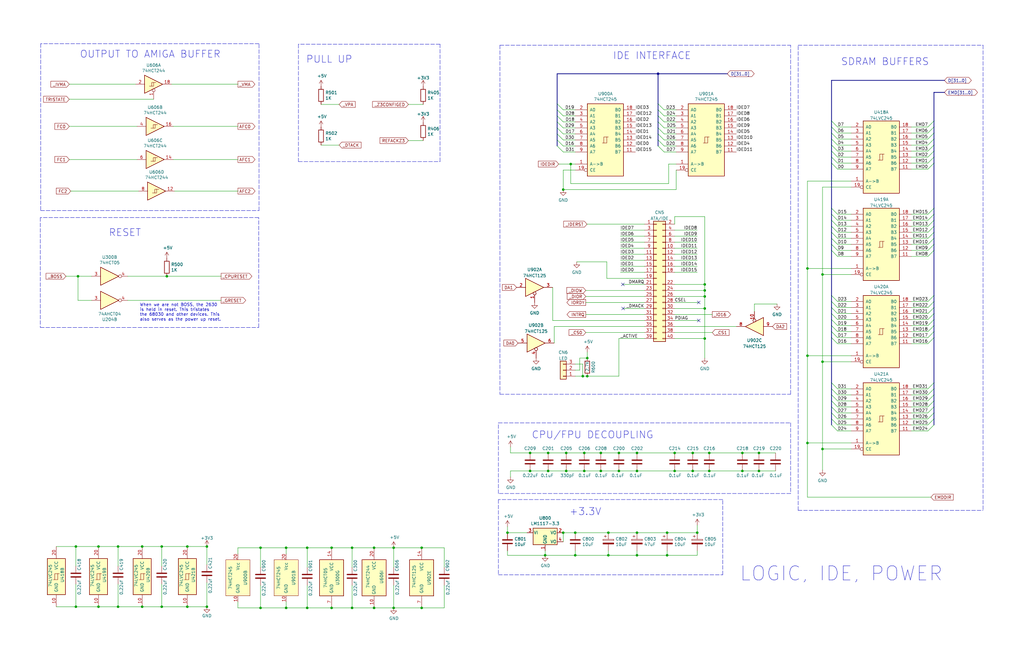
<source format=kicad_sch>
(kicad_sch (version 20211123) (generator eeschema)
  (paper "B")
  (title_block (title "Amiga N2630") (date "2022-05-31") (rev "2.0 QFP"))
  (junction (at 340.487 113.284))
  (junction (at 242.57 224.79))
  (junction (at 245.745 158.75))
  (junction (at 297.18 125.095))
  (junction (at 231.14 198.755))
  (junction (at 68.199 256.032))
  (junction (at 148.463 231.14))
  (junction (at 246.38 191.135))
  (junction (at 238.76 191.135))
  (junction (at 284.48 198.755))
  (junction (at 284.48 191.135))
  (junction (at 231.14 191.135))
  (junction (at 292.1 198.755))
  (junction (at 165.989 231.14))
  (junction (at 41.529 230.632))
  (junction (at 256.54 234.315))
  (junction (at 41.529 256.032))
  (junction (at 297.18 122.555))
  (junction (at 157.734 231.14))
  (junction (at 268.605 224.79))
  (junction (at 32.004 256.032))
  (junction (at 320.04 191.135))
  (junction (at 253.365 191.135))
  (junction (at 299.085 198.755))
  (junction (at 129.54 256.54))
  (junction (at 120.65 231.14))
  (junction (at 277.495 31.115))
  (junction (at 165.989 256.54))
  (junction (at 246.38 198.755))
  (junction (at 32.004 230.632))
  (junction (at 109.855 231.14))
  (junction (at 238.76 198.755))
  (junction (at 32.893 116.586))
  (junction (at 109.855 256.54))
  (junction (at 242.57 234.315))
  (junction (at 346.837 189.484))
  (junction (at 78.994 256.032))
  (junction (at 260.985 198.755))
  (junction (at 297.18 120.015))
  (junction (at 177.8 256.54))
  (junction (at 120.65 256.54))
  (junction (at 223.52 198.755))
  (junction (at 268.605 198.755))
  (junction (at 49.784 230.632))
  (junction (at 346.837 152.654))
  (junction (at 139.827 231.14))
  (junction (at 87.249 256.032))
  (junction (at 313.055 191.135))
  (junction (at 281.305 234.315))
  (junction (at 139.827 256.54))
  (junction (at 49.784 256.032))
  (junction (at 294.005 224.79))
  (junction (at 78.994 230.632))
  (junction (at 129.54 231.14))
  (junction (at 247.65 158.75))
  (junction (at 320.04 198.755))
  (junction (at 213.995 224.79))
  (junction (at 177.8 231.14))
  (junction (at 268.605 191.135))
  (junction (at 247.65 151.13))
  (junction (at 299.085 191.135))
  (junction (at 87.249 230.632))
  (junction (at 148.463 256.54))
  (junction (at 297.18 142.875))
  (junction (at 340.487 186.944))
  (junction (at 237.49 80.01))
  (junction (at 157.734 256.54))
  (junction (at 340.487 150.114))
  (junction (at 292.1 191.135))
  (junction (at 256.54 224.79))
  (junction (at 297.18 130.175))
  (junction (at 346.837 115.824))
  (junction (at 313.055 198.755))
  (junction (at 268.605 234.315))
  (junction (at 229.87 234.315))
  (junction (at 59.944 256.032))
  (junction (at 59.944 230.632))
  (junction (at 237.49 224.79))
  (junction (at 240.665 69.215))
  (junction (at 70.358 116.586))
  (junction (at 253.365 198.755))
  (junction (at 281.305 224.79))
  (junction (at 68.199 230.632))
  (junction (at 260.985 191.135))
  (junction (at 223.52 191.135))
  (no_connect (at 294.64 127.635))
  (no_connect (at 294.64 135.255))
  (no_connect (at 262.763 130.175))
  (no_connect (at 262.636 120.015))
  (bus_entry (at 353.187 139.954) (size -2.54 -2.54))
  (bus_entry (at 277.495 48.895) (size 2.54 2.54))
  (bus_entry (at 277.495 46.355) (size 2.54 2.54))
  (bus_entry (at 277.495 43.815) (size 2.54 2.54))
  (bus_entry (at 277.495 61.595) (size 2.54 2.54))
  (bus_entry (at 277.495 59.055) (size 2.54 2.54))
  (bus_entry (at 277.495 56.515) (size 2.54 2.54))
  (bus_entry (at 277.495 53.975) (size 2.54 2.54))
  (bus_entry (at 277.495 51.435) (size 2.54 2.54))
  (bus_entry (at 353.187 164.084) (size -2.54 -2.54))
  (bus_entry (at 391.287 145.034) (size 2.54 -2.54))
  (bus_entry (at 391.287 166.624) (size 2.54 -2.54))
  (bus_entry (at 353.187 137.414) (size -2.54 -2.54))
  (bus_entry (at 391.287 164.084) (size 2.54 -2.54))
  (bus_entry (at 391.287 71.374) (size 2.54 -2.54))
  (bus_entry (at 353.187 142.494) (size -2.54 -2.54))
  (bus_entry (at 353.187 53.594) (size -2.54 -2.54))
  (bus_entry (at 353.187 129.794) (size -2.54 -2.54))
  (bus_entry (at 391.287 95.504) (size 2.54 -2.54))
  (bus_entry (at 391.287 103.124) (size 2.54 -2.54))
  (bus_entry (at 391.287 63.754) (size 2.54 -2.54))
  (bus_entry (at 391.287 169.164) (size 2.54 -2.54))
  (bus_entry (at 353.187 103.124) (size -2.54 -2.54))
  (bus_entry (at 391.287 98.044) (size 2.54 -2.54))
  (bus_entry (at 391.287 61.214) (size 2.54 -2.54))
  (bus_entry (at 391.287 127.254) (size 2.54 -2.54))
  (bus_entry (at 353.187 71.374) (size -2.54 -2.54))
  (bus_entry (at 353.187 169.164) (size -2.54 -2.54))
  (bus_entry (at 391.287 66.294) (size 2.54 -2.54))
  (bus_entry (at 353.187 100.584) (size -2.54 -2.54))
  (bus_entry (at 391.287 132.334) (size 2.54 -2.54))
  (bus_entry (at 391.287 142.494) (size 2.54 -2.54))
  (bus_entry (at 391.287 53.594) (size 2.54 -2.54))
  (bus_entry (at 353.187 90.424) (size -2.54 -2.54))
  (bus_entry (at 353.187 166.624) (size -2.54 -2.54))
  (bus_entry (at 353.187 108.204) (size -2.54 -2.54))
  (bus_entry (at 391.287 68.834) (size 2.54 -2.54))
  (bus_entry (at 353.187 95.504) (size -2.54 -2.54))
  (bus_entry (at 391.287 105.664) (size 2.54 -2.54))
  (bus_entry (at 391.287 171.704) (size 2.54 -2.54))
  (bus_entry (at 353.187 132.334) (size -2.54 -2.54))
  (bus_entry (at 391.287 137.414) (size 2.54 -2.54))
  (bus_entry (at 353.187 61.214) (size -2.54 -2.54))
  (bus_entry (at 391.287 108.204) (size 2.54 -2.54))
  (bus_entry (at 353.187 145.034) (size -2.54 -2.54))
  (bus_entry (at 353.187 127.254) (size -2.54 -2.54))
  (bus_entry (at 353.187 63.754) (size -2.54 -2.54))
  (bus_entry (at 353.187 134.874) (size -2.54 -2.54))
  (bus_entry (at 391.287 58.674) (size 2.54 -2.54))
  (bus_entry (at 353.187 68.834) (size -2.54 -2.54))
  (bus_entry (at 391.287 174.244) (size 2.54 -2.54))
  (bus_entry (at 391.287 181.864) (size 2.54 -2.54))
  (bus_entry (at 391.287 179.324) (size 2.54 -2.54))
  (bus_entry (at 391.287 176.784) (size 2.54 -2.54))
  (bus_entry (at 391.287 90.424) (size 2.54 -2.54))
  (bus_entry (at 353.187 92.964) (size -2.54 -2.54))
  (bus_entry (at 353.187 56.134) (size -2.54 -2.54))
  (bus_entry (at 353.187 181.864) (size -2.54 -2.54))
  (bus_entry (at 353.187 66.294) (size -2.54 -2.54))
  (bus_entry (at 353.187 179.324) (size -2.54 -2.54))
  (bus_entry (at 234.95 61.595) (size 2.54 2.54))
  (bus_entry (at 234.95 59.055) (size 2.54 2.54))
  (bus_entry (at 234.95 56.515) (size 2.54 2.54))
  (bus_entry (at 234.95 53.975) (size 2.54 2.54))
  (bus_entry (at 234.95 43.815) (size 2.54 2.54))
  (bus_entry (at 234.95 51.435) (size 2.54 2.54))
  (bus_entry (at 234.95 48.895) (size 2.54 2.54))
  (bus_entry (at 234.95 46.355) (size 2.54 2.54))
  (bus_entry (at 391.287 139.954) (size 2.54 -2.54))
  (bus_entry (at 353.187 174.244) (size -2.54 -2.54))
  (bus_entry (at 391.287 56.134) (size 2.54 -2.54))
  (bus_entry (at 353.187 98.044) (size -2.54 -2.54))
  (bus_entry (at 391.287 134.874) (size 2.54 -2.54))
  (bus_entry (at 353.187 105.664) (size -2.54 -2.54))
  (bus_entry (at 353.187 58.674) (size -2.54 -2.54))
  (bus_entry (at 353.187 171.704) (size -2.54 -2.54))
  (bus_entry (at 353.187 176.784) (size -2.54 -2.54))
  (bus_entry (at 391.287 100.584) (size 2.54 -2.54))
  (bus_entry (at 391.287 92.964) (size 2.54 -2.54))
  (bus_entry (at 391.287 129.794) (size 2.54 -2.54))
  (wire (pts (xy 384.302 127.254) (xy 391.287 127.254)))
  (wire (pts (xy 148.463 256.54) (xy 157.734 256.54)))
  (wire (pts (xy 41.529 256.032) (xy 49.784 256.032)))
  (wire (pts (xy 244.475 156.21) (xy 244.475 151.13)))
  (wire (pts (xy 281.94 77.47) (xy 240.665 77.47)))
  (wire (pts (xy 384.302 179.324) (xy 391.287 179.324)))
  (wire (pts (xy 247.65 151.13) (xy 247.65 148.59)))
  (bus (pts (xy 350.647 124.714) (xy 350.647 105.664)))
  (bus (pts (xy 350.647 174.244) (xy 350.647 171.704)))
  (wire (pts (xy 353.187 164.084) (xy 358.902 164.084)))
  (wire (pts (xy 280.035 51.435) (xy 285.115 51.435)))
  (wire (pts (xy 327.66 128.27) (xy 318.135 128.27)))
  (wire (pts (xy 242.57 153.67) (xy 245.745 153.67)))
  (bus (pts (xy 393.827 127.254) (xy 393.827 124.714)))
  (wire (pts (xy 353.187 53.594) (xy 358.902 53.594)))
  (polyline (pts (xy 333.375 208.28) (xy 210.185 208.28)))
  (wire (pts (xy 284.48 114.935) (xy 294.005 114.935)))
  (bus (pts (xy 234.95 48.895) (xy 234.95 46.355)))
  (wire (pts (xy 213.995 234.315) (xy 229.87 234.315)))
  (polyline (pts (xy 414.528 19.05) (xy 414.528 215.392)))
  (wire (pts (xy 353.187 71.374) (xy 358.902 71.374)))
  (wire (pts (xy 235.585 69.215) (xy 240.665 69.215)))
  (wire (pts (xy 285.115 69.215) (xy 281.94 69.215)))
  (polyline (pts (xy 336.55 215.392) (xy 414.528 215.392)))
  (wire (pts (xy 237.49 228.6) (xy 237.49 224.79)))
  (wire (pts (xy 129.54 231.14) (xy 129.54 239.395)))
  (wire (pts (xy 384.302 166.624) (xy 391.287 166.624)))
  (polyline (pts (xy 336.55 19.05) (xy 414.528 19.05)))
  (bus (pts (xy 393.827 161.544) (xy 393.827 142.494)))
  (wire (pts (xy 284.48 130.175) (xy 297.18 130.175)))
  (bus (pts (xy 393.827 169.164) (xy 393.827 166.624)))
  (wire (pts (xy 260.985 198.755) (xy 253.365 198.755)))
  (wire (pts (xy 23.749 256.032) (xy 32.004 256.032)))
  (bus (pts (xy 393.827 105.664) (xy 393.827 103.124)))
  (wire (pts (xy 165.989 247.015) (xy 165.989 256.54)))
  (wire (pts (xy 73.66 80.645) (xy 100.33 80.645)))
  (bus (pts (xy 393.827 56.134) (xy 393.827 53.594)))
  (wire (pts (xy 238.76 191.135) (xy 231.14 191.135)))
  (bus (pts (xy 350.647 98.044) (xy 350.647 95.504)))
  (polyline (pts (xy 185.547 18.669) (xy 125.857 18.669)))
  (wire (pts (xy 346.837 115.824) (xy 358.902 115.824)))
  (bus (pts (xy 393.827 132.334) (xy 393.827 129.794)))
  (bus (pts (xy 393.827 95.504) (xy 393.827 92.964)))
  (wire (pts (xy 32.004 256.032) (xy 41.529 256.032)))
  (wire (pts (xy 32.893 116.586) (xy 32.893 126.746)))
  (wire (pts (xy 148.463 231.14) (xy 157.734 231.14)))
  (wire (pts (xy 157.734 256.54) (xy 165.989 256.54)))
  (wire (pts (xy 280.035 46.355) (xy 285.115 46.355)))
  (wire (pts (xy 294.005 232.41) (xy 294.005 234.315)))
  (wire (pts (xy 346.837 115.824) (xy 346.837 152.654)))
  (wire (pts (xy 297.18 130.175) (xy 297.18 142.875)))
  (bus (pts (xy 350.647 179.324) (xy 350.647 176.784)))
  (wire (pts (xy 260.985 142.875) (xy 260.985 158.75)))
  (wire (pts (xy 384.302 95.504) (xy 391.287 95.504)))
  (polyline (pts (xy 109.093 138.176) (xy 109.093 91.821)))
  (wire (pts (xy 292.1 198.755) (xy 299.085 198.755)))
  (wire (pts (xy 247.015 127.635) (xy 271.78 127.635)))
  (wire (pts (xy 353.187 103.124) (xy 358.902 103.124)))
  (wire (pts (xy 129.54 256.54) (xy 139.827 256.54)))
  (bus (pts (xy 350.647 105.664) (xy 350.647 103.124)))
  (bus (pts (xy 393.827 176.784) (xy 393.827 174.244)))
  (wire (pts (xy 143.002 44.069) (xy 135.382 44.069)))
  (wire (pts (xy 255.905 117.475) (xy 271.78 117.475)))
  (wire (pts (xy 353.187 58.674) (xy 358.902 58.674)))
  (bus (pts (xy 234.95 31.115) (xy 277.495 31.115)))
  (polyline (pts (xy 210.82 166.37) (xy 333.375 166.37)))
  (polyline (pts (xy 210.185 208.28) (xy 210.185 178.435)))
  (wire (pts (xy 353.187 68.834) (xy 358.902 68.834)))
  (polyline (pts (xy 210.82 19.05) (xy 333.375 19.05)))
  (wire (pts (xy 32.004 230.632) (xy 23.749 230.632)))
  (bus (pts (xy 350.647 166.624) (xy 350.647 164.084)))
  (bus (pts (xy 393.827 51.054) (xy 393.827 38.989)))
  (wire (pts (xy 87.249 230.632) (xy 78.994 230.632)))
  (wire (pts (xy 384.302 66.294) (xy 391.287 66.294)))
  (wire (pts (xy 87.249 256.032) (xy 87.249 245.872)))
  (wire (pts (xy 346.837 78.994) (xy 346.837 115.824)))
  (bus (pts (xy 350.647 103.124) (xy 350.647 100.584)))
  (wire (pts (xy 384.302 181.864) (xy 391.287 181.864)))
  (wire (pts (xy 284.48 127.635) (xy 294.64 127.635)))
  (wire (pts (xy 109.855 247.015) (xy 109.855 256.54)))
  (wire (pts (xy 284.48 140.335) (xy 300.355 140.335)))
  (wire (pts (xy 284.48 109.855) (xy 294.005 109.855)))
  (wire (pts (xy 353.187 179.324) (xy 358.902 179.324)))
  (wire (pts (xy 261.62 102.235) (xy 271.78 102.235)))
  (wire (pts (xy 384.302 134.874) (xy 391.287 134.874)))
  (wire (pts (xy 268.605 191.135) (xy 284.48 191.135)))
  (wire (pts (xy 240.665 69.215) (xy 242.57 69.215)))
  (wire (pts (xy 64.77 41.91) (xy 29.21 41.91)))
  (wire (pts (xy 281.305 234.315) (xy 268.605 234.315)))
  (wire (pts (xy 53.848 126.746) (xy 93.218 126.746)))
  (wire (pts (xy 100.33 231.14) (xy 109.855 231.14)))
  (wire (pts (xy 340.487 113.284) (xy 340.487 150.114)))
  (wire (pts (xy 68.199 230.632) (xy 68.199 238.887)))
  (bus (pts (xy 393.827 179.324) (xy 393.827 176.784)))
  (wire (pts (xy 223.52 191.135) (xy 215.265 191.135)))
  (bus (pts (xy 234.95 43.815) (xy 234.95 31.115)))
  (wire (pts (xy 68.199 246.507) (xy 68.199 256.032)))
  (wire (pts (xy 242.57 156.21) (xy 244.475 156.21)))
  (wire (pts (xy 49.784 230.632) (xy 49.784 238.887)))
  (wire (pts (xy 139.827 231.14) (xy 148.463 231.14)))
  (bus (pts (xy 350.647 139.954) (xy 350.647 137.414)))
  (wire (pts (xy 237.49 224.79) (xy 242.57 224.79)))
  (bus (pts (xy 350.647 142.494) (xy 350.647 139.954)))
  (wire (pts (xy 320.04 191.135) (xy 313.055 191.135)))
  (wire (pts (xy 255.905 110.49) (xy 255.905 117.475)))
  (bus (pts (xy 234.95 46.355) (xy 234.95 43.815)))
  (bus (pts (xy 350.647 95.504) (xy 350.647 92.964)))
  (polyline (pts (xy 109.22 88.9) (xy 109.22 18.415)))
  (wire (pts (xy 187.325 247.015) (xy 187.325 256.54)))
  (wire (pts (xy 242.57 158.75) (xy 245.745 158.75)))
  (bus (pts (xy 277.495 59.055) (xy 277.495 56.515)))
  (bus (pts (xy 350.647 129.794) (xy 350.647 127.254)))
  (wire (pts (xy 353.187 134.874) (xy 358.902 134.874)))
  (wire (pts (xy 215.265 198.755) (xy 215.265 201.295)))
  (polyline (pts (xy 210.82 19.05) (xy 210.82 166.37)))
  (bus (pts (xy 277.495 51.435) (xy 277.495 48.895)))
  (wire (pts (xy 268.605 198.755) (xy 284.48 198.755)))
  (wire (pts (xy 384.302 108.204) (xy 391.287 108.204)))
  (wire (pts (xy 281.305 224.79) (xy 294.005 224.79)))
  (bus (pts (xy 393.827 124.714) (xy 393.827 105.664)))
  (wire (pts (xy 284.48 99.695) (xy 294.005 99.695)))
  (wire (pts (xy 68.199 230.632) (xy 59.944 230.632)))
  (wire (pts (xy 384.302 169.164) (xy 391.287 169.164)))
  (wire (pts (xy 68.199 256.032) (xy 78.994 256.032)))
  (wire (pts (xy 384.302 171.704) (xy 391.287 171.704)))
  (wire (pts (xy 346.837 152.654) (xy 358.902 152.654)))
  (wire (pts (xy 284.48 104.775) (xy 294.005 104.775)))
  (wire (pts (xy 353.187 63.754) (xy 358.902 63.754)))
  (wire (pts (xy 284.48 198.755) (xy 292.1 198.755)))
  (wire (pts (xy 229.87 232.41) (xy 229.87 234.315)))
  (wire (pts (xy 284.48 132.715) (xy 300.355 132.715)))
  (wire (pts (xy 237.49 59.055) (xy 242.57 59.055)))
  (wire (pts (xy 340.487 76.454) (xy 340.487 113.284)))
  (wire (pts (xy 148.463 247.015) (xy 148.463 256.54)))
  (wire (pts (xy 340.487 150.114) (xy 358.902 150.114)))
  (bus (pts (xy 393.827 87.884) (xy 393.827 68.834)))
  (wire (pts (xy 284.48 94.615) (xy 284.48 91.44)))
  (wire (pts (xy 384.302 174.244) (xy 391.287 174.244)))
  (wire (pts (xy 72.39 35.56) (xy 100.33 35.56)))
  (wire (pts (xy 384.302 137.414) (xy 391.287 137.414)))
  (wire (pts (xy 284.48 107.315) (xy 294.005 107.315)))
  (wire (pts (xy 59.944 230.632) (xy 49.784 230.632)))
  (bus (pts (xy 234.95 51.435) (xy 234.95 48.895)))
  (bus (pts (xy 234.95 61.595) (xy 234.95 59.055)))
  (wire (pts (xy 213.995 232.41) (xy 213.995 234.315)))
  (wire (pts (xy 384.302 139.954) (xy 391.287 139.954)))
  (bus (pts (xy 350.647 53.594) (xy 350.647 51.054)))
  (wire (pts (xy 100.33 256.54) (xy 109.855 256.54)))
  (wire (pts (xy 139.827 256.54) (xy 148.463 256.54)))
  (wire (pts (xy 237.49 51.435) (xy 242.57 51.435)))
  (wire (pts (xy 268.605 191.135) (xy 260.985 191.135)))
  (bus (pts (xy 393.827 100.584) (xy 393.827 98.044)))
  (wire (pts (xy 223.52 198.755) (xy 231.14 198.755)))
  (polyline (pts (xy 109.093 91.821) (xy 17.018 91.821)))
  (wire (pts (xy 353.187 174.244) (xy 358.902 174.244)))
  (polyline (pts (xy 17.018 91.821) (xy 17.018 138.176)))
  (wire (pts (xy 245.745 158.75) (xy 247.65 158.75)))
  (bus (pts (xy 350.647 100.584) (xy 350.647 98.044)))
  (polyline (pts (xy 304.8 242.57) (xy 304.8 210.82)))
  (bus (pts (xy 277.495 43.815) (xy 277.495 31.115)))
  (wire (pts (xy 261.62 114.935) (xy 271.78 114.935)))
  (wire (pts (xy 58.42 80.645) (xy 29.845 80.645)))
  (wire (pts (xy 297.18 120.015) (xy 297.18 122.555)))
  (wire (pts (xy 313.055 198.755) (xy 320.04 198.755)))
  (wire (pts (xy 165.989 239.395) (xy 165.989 231.14)))
  (wire (pts (xy 261.62 107.315) (xy 271.78 107.315)))
  (bus (pts (xy 234.95 53.975) (xy 234.95 51.435)))
  (wire (pts (xy 260.985 142.875) (xy 271.78 142.875)))
  (wire (pts (xy 384.302 145.034) (xy 391.287 145.034)))
  (bus (pts (xy 393.827 142.494) (xy 393.827 139.954)))
  (wire (pts (xy 243.205 110.49) (xy 255.905 110.49)))
  (wire (pts (xy 242.57 224.79) (xy 256.54 224.79)))
  (bus (pts (xy 393.827 53.594) (xy 393.827 51.054)))
  (wire (pts (xy 120.65 254) (xy 120.65 256.54)))
  (polyline (pts (xy 333.375 178.435) (xy 333.375 208.28)))
  (wire (pts (xy 256.54 232.41) (xy 256.54 234.315)))
  (bus (pts (xy 277.495 53.975) (xy 277.495 51.435)))
  (polyline (pts (xy 17.018 138.176) (xy 109.093 138.176)))
  (bus (pts (xy 277.495 31.115) (xy 306.705 31.115)))
  (wire (pts (xy 358.902 78.994) (xy 346.837 78.994)))
  (wire (pts (xy 384.302 129.794) (xy 391.287 129.794)))
  (wire (pts (xy 353.187 100.584) (xy 358.902 100.584)))
  (wire (pts (xy 231.14 198.755) (xy 238.76 198.755)))
  (wire (pts (xy 353.187 98.044) (xy 358.902 98.044)))
  (wire (pts (xy 384.302 71.374) (xy 391.287 71.374)))
  (wire (pts (xy 261.62 109.855) (xy 271.78 109.855)))
  (bus (pts (xy 350.647 164.084) (xy 350.647 161.544)))
  (polyline (pts (xy 17.145 88.9) (xy 109.22 88.9)))
  (wire (pts (xy 353.187 127.254) (xy 358.902 127.254)))
  (wire (pts (xy 280.035 64.135) (xy 285.115 64.135)))
  (wire (pts (xy 353.187 108.204) (xy 358.902 108.204)))
  (wire (pts (xy 294.005 224.79) (xy 294.005 221.615)))
  (wire (pts (xy 244.475 151.13) (xy 247.65 151.13)))
  (wire (pts (xy 247.523 94.615) (xy 271.78 94.615)))
  (bus (pts (xy 350.647 132.334) (xy 350.647 129.794)))
  (bus (pts (xy 393.827 68.834) (xy 393.827 66.294)))
  (bus (pts (xy 277.495 48.895) (xy 277.495 46.355)))
  (wire (pts (xy 256.54 224.79) (xy 268.605 224.79)))
  (wire (pts (xy 165.989 256.54) (xy 177.8 256.54)))
  (wire (pts (xy 340.487 186.944) (xy 358.902 186.944)))
  (wire (pts (xy 261.62 99.695) (xy 271.78 99.695)))
  (wire (pts (xy 237.49 80.01) (xy 285.115 80.01)))
  (polyline (pts (xy 125.857 68.199) (xy 185.547 68.199)))
  (wire (pts (xy 358.902 76.454) (xy 340.487 76.454)))
  (wire (pts (xy 233.68 137.795) (xy 233.68 144.78)))
  (wire (pts (xy 256.54 234.315) (xy 268.605 234.315)))
  (wire (pts (xy 32.004 246.507) (xy 32.004 256.032)))
  (wire (pts (xy 261.62 104.775) (xy 271.78 104.775)))
  (wire (pts (xy 280.035 53.975) (xy 285.115 53.975)))
  (wire (pts (xy 353.187 137.414) (xy 358.902 137.414)))
  (bus (pts (xy 393.827 129.794) (xy 393.827 127.254)))
  (bus (pts (xy 393.827 164.084) (xy 393.827 161.544)))
  (wire (pts (xy 59.944 256.032) (xy 68.199 256.032)))
  (wire (pts (xy 78.994 256.032) (xy 87.249 256.032)))
  (wire (pts (xy 229.87 234.315) (xy 242.57 234.315)))
  (wire (pts (xy 165.989 231.14) (xy 177.8 231.14)))
  (wire (pts (xy 70.358 116.586) (xy 93.218 116.586)))
  (wire (pts (xy 237.49 53.975) (xy 242.57 53.975)))
  (wire (pts (xy 261.62 97.155) (xy 271.78 97.155)))
  (wire (pts (xy 57.785 53.34) (xy 29.21 53.34)))
  (bus (pts (xy 393.827 61.214) (xy 393.827 58.674)))
  (bus (pts (xy 393.827 63.754) (xy 393.827 61.214)))
  (wire (pts (xy 57.15 35.56) (xy 29.21 35.56)))
  (bus (pts (xy 393.827 139.954) (xy 393.827 137.414)))
  (wire (pts (xy 384.302 100.584) (xy 391.287 100.584)))
  (wire (pts (xy 353.187 139.954) (xy 358.902 139.954)))
  (wire (pts (xy 253.365 191.135) (xy 246.38 191.135)))
  (wire (pts (xy 247.015 122.555) (xy 271.78 122.555)))
  (wire (pts (xy 129.54 231.14) (xy 139.827 231.14)))
  (wire (pts (xy 297.18 122.555) (xy 297.18 125.095)))
  (wire (pts (xy 353.187 95.504) (xy 358.902 95.504)))
  (bus (pts (xy 234.95 56.515) (xy 234.95 53.975)))
  (bus (pts (xy 350.647 127.254) (xy 350.647 124.714)))
  (wire (pts (xy 57.785 67.31) (xy 29.21 67.31)))
  (bus (pts (xy 277.495 46.355) (xy 277.495 43.815)))
  (bus (pts (xy 350.647 87.884) (xy 350.647 68.834)))
  (wire (pts (xy 284.48 122.555) (xy 297.18 122.555)))
  (bus (pts (xy 393.827 137.414) (xy 393.827 134.874)))
  (wire (pts (xy 78.994 230.632) (xy 68.199 230.632)))
  (wire (pts (xy 353.187 56.134) (xy 358.902 56.134)))
  (wire (pts (xy 238.76 198.755) (xy 246.38 198.755)))
  (wire (pts (xy 294.005 234.315) (xy 281.305 234.315)))
  (wire (pts (xy 109.855 231.14) (xy 109.855 239.395)))
  (wire (pts (xy 73.025 67.31) (xy 100.33 67.31)))
  (wire (pts (xy 353.187 142.494) (xy 358.902 142.494)))
  (wire (pts (xy 284.48 142.875) (xy 297.18 142.875)))
  (polyline (pts (xy 210.185 242.57) (xy 304.8 242.57)))
  (polyline (pts (xy 210.185 178.435) (xy 333.375 178.435)))
  (wire (pts (xy 353.187 169.164) (xy 358.902 169.164)))
  (wire (pts (xy 353.187 176.784) (xy 358.902 176.784)))
  (wire (pts (xy 53.848 116.586) (xy 70.358 116.586)))
  (bus (pts (xy 393.827 90.424) (xy 393.827 87.884)))
  (wire (pts (xy 353.187 171.704) (xy 358.902 171.704)))
  (wire (pts (xy 120.65 231.14) (xy 129.54 231.14)))
  (wire (pts (xy 284.48 102.235) (xy 294.005 102.235)))
  (wire (pts (xy 384.302 98.044) (xy 391.287 98.044)))
  (wire (pts (xy 292.1 191.135) (xy 299.085 191.135)))
  (bus (pts (xy 350.647 66.294) (xy 350.647 63.754)))
  (wire (pts (xy 237.49 71.755) (xy 237.49 80.01)))
  (wire (pts (xy 384.302 63.754) (xy 391.287 63.754)))
  (wire (pts (xy 120.65 231.14) (xy 120.65 233.68)))
  (bus (pts (xy 393.827 58.674) (xy 393.827 56.134)))
  (wire (pts (xy 284.48 91.44) (xy 297.18 91.44)))
  (wire (pts (xy 262.763 130.175) (xy 271.78 130.175)))
  (wire (pts (xy 120.65 256.54) (xy 129.54 256.54)))
  (wire (pts (xy 187.325 256.54) (xy 177.8 256.54)))
  (wire (pts (xy 268.605 198.755) (xy 260.985 198.755)))
  (wire (pts (xy 247.015 132.715) (xy 271.78 132.715)))
  (polyline (pts (xy 304.8 210.82) (xy 210.185 210.82)))
  (wire (pts (xy 246.38 191.135) (xy 238.76 191.135)))
  (wire (pts (xy 280.035 61.595) (xy 285.115 61.595)))
  (bus (pts (xy 350.647 161.544) (xy 350.647 142.494)))
  (wire (pts (xy 223.52 198.755) (xy 215.265 198.755)))
  (bus (pts (xy 393.827 166.624) (xy 393.827 164.084)))
  (wire (pts (xy 172.212 44.069) (xy 178.435 44.069)))
  (bus (pts (xy 277.495 56.515) (xy 277.495 53.975)))
  (wire (pts (xy 280.035 59.055) (xy 285.115 59.055)))
  (wire (pts (xy 32.893 116.586) (xy 27.813 116.586)))
  (wire (pts (xy 233.045 135.255) (xy 271.78 135.255)))
  (wire (pts (xy 268.605 234.315) (xy 268.605 232.41)))
  (wire (pts (xy 260.985 191.135) (xy 253.365 191.135)))
  (wire (pts (xy 87.249 238.252) (xy 87.249 230.632)))
  (wire (pts (xy 41.529 230.632) (xy 32.004 230.632)))
  (wire (pts (xy 353.187 61.214) (xy 358.902 61.214)))
  (wire (pts (xy 353.187 129.794) (xy 358.902 129.794)))
  (wire (pts (xy 353.187 181.864) (xy 358.902 181.864)))
  (wire (pts (xy 281.305 232.41) (xy 281.305 234.315)))
  (bus (pts (xy 393.827 103.124) (xy 393.827 100.584)))
  (wire (pts (xy 353.187 92.964) (xy 358.902 92.964)))
  (wire (pts (xy 284.48 137.795) (xy 310.515 137.795)))
  (polyline (pts (xy 109.22 18.415) (xy 17.145 18.415)))
  (polyline (pts (xy 336.55 215.392) (xy 336.55 19.05)))
  (wire (pts (xy 242.57 234.315) (xy 242.57 232.41)))
  (bus (pts (xy 350.647 51.054) (xy 350.647 33.909)))
  (wire (pts (xy 237.49 56.515) (xy 242.57 56.515)))
  (wire (pts (xy 143.002 61.214) (xy 135.382 61.214)))
  (wire (pts (xy 284.48 97.155) (xy 294.005 97.155)))
  (wire (pts (xy 213.995 224.79) (xy 213.995 222.25)))
  (wire (pts (xy 187.325 239.395) (xy 187.325 231.14)))
  (wire (pts (xy 148.463 239.395) (xy 148.463 231.14)))
  (wire (pts (xy 353.187 90.424) (xy 358.902 90.424)))
  (bus (pts (xy 393.827 134.874) (xy 393.827 132.334)))
  (wire (pts (xy 73.025 53.34) (xy 100.33 53.34)))
  (wire (pts (xy 384.302 68.834) (xy 391.287 68.834)))
  (bus (pts (xy 350.647 90.424) (xy 350.647 87.884)))
  (wire (pts (xy 237.49 46.355) (xy 242.57 46.355)))
  (wire (pts (xy 384.302 176.784) (xy 391.287 176.784)))
  (wire (pts (xy 231.14 191.135) (xy 223.52 191.135)))
  (wire (pts (xy 384.302 56.134) (xy 391.287 56.134)))
  (wire (pts (xy 49.784 246.507) (xy 49.784 256.032)))
  (wire (pts (xy 247.65 158.75) (xy 260.985 158.75)))
  (wire (pts (xy 384.302 103.124) (xy 391.287 103.124)))
  (wire (pts (xy 242.57 234.315) (xy 256.54 234.315)))
  (wire (pts (xy 353.187 66.294) (xy 358.902 66.294)))
  (wire (pts (xy 100.33 231.14) (xy 100.33 233.68)))
  (wire (pts (xy 340.487 209.804) (xy 392.557 209.804)))
  (wire (pts (xy 129.54 247.015) (xy 129.54 256.54)))
  (wire (pts (xy 384.302 58.674) (xy 391.287 58.674)))
  (wire (pts (xy 172.212 59.309) (xy 178.435 59.309)))
  (wire (pts (xy 187.325 231.14) (xy 177.8 231.14)))
  (bus (pts (xy 393.827 171.704) (xy 393.827 169.164)))
  (wire (pts (xy 247.015 125.095) (xy 271.78 125.095)))
  (wire (pts (xy 271.78 137.795) (xy 233.68 137.795)))
  (wire (pts (xy 246.38 198.755) (xy 253.365 198.755)))
  (wire (pts (xy 222.25 224.79) (xy 213.995 224.79)))
  (bus (pts (xy 393.827 174.244) (xy 393.827 171.704)))
  (bus (pts (xy 393.827 98.044) (xy 393.827 95.504)))
  (polyline (pts (xy 185.547 68.199) (xy 185.547 18.669)))
  (wire (pts (xy 262.636 120.015) (xy 271.78 120.015)))
  (wire (pts (xy 281.94 69.215) (xy 281.94 77.47)))
  (wire (pts (xy 384.302 61.214) (xy 391.287 61.214)))
  (wire (pts (xy 297.18 142.875) (xy 297.18 151.13)))
  (bus (pts (xy 350.647 176.784) (xy 350.647 174.244)))
  (bus (pts (xy 350.647 58.674) (xy 350.647 56.134)))
  (bus (pts (xy 393.827 38.989) (xy 398.272 38.989)))
  (polyline (pts (xy 333.375 166.37) (xy 333.375 19.05)))
  (wire (pts (xy 261.62 112.395) (xy 271.78 112.395)))
  (wire (pts (xy 284.48 120.015) (xy 297.18 120.015)))
  (wire (pts (xy 237.49 64.135) (xy 242.57 64.135)))
  (wire (pts (xy 284.48 191.135) (xy 292.1 191.135)))
  (wire (pts (xy 340.487 186.944) (xy 340.487 209.804)))
  (wire (pts (xy 38.608 126.746) (xy 32.893 126.746)))
  (wire (pts (xy 49.784 230.632) (xy 41.529 230.632)))
  (wire (pts (xy 100.33 254) (xy 100.33 256.54)))
  (wire (pts (xy 346.837 152.654) (xy 346.837 189.484)))
  (wire (pts (xy 318.135 128.27) (xy 318.135 131.445)))
  (wire (pts (xy 353.187 166.624) (xy 358.902 166.624)))
  (wire (pts (xy 38.608 116.586) (xy 32.893 116.586)))
  (wire (pts (xy 237.49 61.595) (xy 242.57 61.595)))
  (wire (pts (xy 109.855 256.54) (xy 120.65 256.54)))
  (wire (pts (xy 353.187 132.334) (xy 358.902 132.334)))
  (wire (pts (xy 353.187 105.664) (xy 358.902 105.664)))
  (bus (pts (xy 350.647 169.164) (xy 350.647 166.624)))
  (wire (pts (xy 32.004 230.632) (xy 32.004 238.887)))
  (bus (pts (xy 277.495 61.595) (xy 277.495 59.055)))
  (wire (pts (xy 284.48 112.395) (xy 294.005 112.395)))
  (wire (pts (xy 245.745 153.67) (xy 245.745 158.75)))
  (wire (pts (xy 247.015 140.335) (xy 271.78 140.335)))
  (bus (pts (xy 393.827 66.294) (xy 393.827 63.754)))
  (wire (pts (xy 109.855 231.14) (xy 120.65 231.14)))
  (bus (pts (xy 350.647 134.874) (xy 350.647 132.334)))
  (wire (pts (xy 384.302 53.594) (xy 391.287 53.594)))
  (wire (pts (xy 340.487 113.284) (xy 358.902 113.284)))
  (wire (pts (xy 233.045 135.255) (xy 233.045 121.285)))
  (wire (pts (xy 237.49 71.755) (xy 242.57 71.755)))
  (wire (pts (xy 346.837 189.484) (xy 358.902 189.484)))
  (bus (pts (xy 350.647 33.909) (xy 398.272 33.909)))
  (bus (pts (xy 350.647 137.414) (xy 350.647 134.874)))
  (wire (pts (xy 320.04 198.755) (xy 327.025 198.755)))
  (bus (pts (xy 350.647 63.754) (xy 350.647 61.214)))
  (polyline (pts (xy 17.145 18.415) (xy 17.145 88.9)))
  (wire (pts (xy 384.302 142.494) (xy 391.287 142.494)))
  (bus (pts (xy 350.647 68.834) (xy 350.647 66.294)))
  (wire (pts (xy 215.265 191.135) (xy 215.265 188.595)))
  (bus (pts (xy 350.647 61.214) (xy 350.647 58.674)))
  (wire (pts (xy 280.035 56.515) (xy 285.115 56.515)))
  (bus (pts (xy 234.95 59.055) (xy 234.95 56.515)))
  (wire (pts (xy 297.18 91.44) (xy 297.18 120.015)))
  (wire (pts (xy 384.302 92.964) (xy 391.287 92.964)))
  (bus (pts (xy 393.827 92.964) (xy 393.827 90.424)))
  (polyline (pts (xy 210.185 210.82) (xy 210.185 242.57)))
  (wire (pts (xy 384.302 132.334) (xy 391.287 132.334)))
  (bus (pts (xy 350.647 56.134) (xy 350.647 53.594)))
  (wire (pts (xy 49.784 256.032) (xy 59.944 256.032)))
  (wire (pts (xy 157.734 231.14) (xy 165.989 231.14)))
  (wire (pts (xy 240.665 77.47) (xy 240.665 69.215)))
  (wire (pts (xy 346.837 189.484) (xy 346.837 198.374)))
  (wire (pts (xy 353.187 145.034) (xy 358.902 145.034)))
  (wire (pts (xy 284.48 135.255) (xy 294.64 135.255)))
  (wire (pts (xy 327.025 191.135) (xy 320.04 191.135)))
  (wire (pts (xy 384.302 105.664) (xy 391.287 105.664)))
  (wire (pts (xy 384.302 90.424) (xy 391.287 90.424)))
  (wire (pts (xy 297.18 125.095) (xy 297.18 130.175)))
  (wire (pts (xy 237.49 48.895) (xy 242.57 48.895)))
  (wire (pts (xy 340.487 150.114) (xy 340.487 186.944)))
  (wire (pts (xy 299.085 198.755) (xy 313.055 198.755)))
  (wire (pts (xy 268.605 224.79) (xy 281.305 224.79)))
  (wire (pts (xy 384.302 164.084) (xy 391.287 164.084)))
  (wire (pts (xy 285.115 80.01) (xy 285.115 71.755)))
  (wire (pts (xy 280.035 48.895) (xy 285.115 48.895)))
  (wire (pts (xy 299.085 191.135) (xy 313.055 191.135)))
  (wire (pts (xy 284.48 125.095) (xy 297.18 125.095)))
  (polyline (pts (xy 125.857 18.669) (xy 125.857 68.199)))
  (bus (pts (xy 350.647 171.704) (xy 350.647 169.164)))
  (bus (pts (xy 350.647 92.964) (xy 350.647 90.424)))
  (text "IDE INTERFACE" (at 258.445 25.4 0) (effects (font (size 3 3)) (justify left bottom)))
  (text "PULL UP" (at 129.032 26.924 0) (effects (font (size 2.9972 2.9972)) (justify left bottom)))
  (text "RESET" (at 59.563 100.076 180) (effects (font (size 2.9972 2.9972)) (justify right bottom)))
  (text "CPU/FPU DECOUPLING" (at 224.155 185.42 0) (effects (font (size 2.9972 2.9972)) (justify left bottom)))
  (text "LOGIC, IDE, POWER" (at 311.785 245.745 0) (effects (font (size 6 6)) (justify left bottom)))
  (text "When we are not BOSS, the 2630\nis held in reset. This tristates \nthe 68030 and other devices. This\nalso serves as the power up reset." (at 58.928 135.636 0) (effects (font (size 1.27 1.27)) (justify left bottom)))
  (text "OUTPUT TO AMIGA BUFFER" (at 33.655 24.765 0) (effects (font (size 2.9972 2.9972)) (justify left bottom)))
  (text "SDRAM BUFFERS" (at 354.584 27.94 0) (effects (font (size 3 3)) (justify left bottom)))
  (text "+3.3V" (at 240.03 217.805 0) (effects (font (size 2.9972 2.9972)) (justify left bottom)))
  (label "CSEL" (at 284.48 127.635 0))
  (label "D20" (at 284.734 61.595 180))
  (label "D18" (at 353.187 139.954 0))
  (label "EMD17" (at 391.287 142.494 180))
  (label "EMD16" (at 391.287 145.034 180))
  (label "PDIAG" (at 284.48 135.255 0))
  (label "D25" (at 353.187 179.324 0))
  (label "IDED11" (at 310.515 64.135 0))
  (label "D28" (at 242.316 48.895 180))
  (label "EMD18" (at 391.287 139.954 180))
  (label "IDED6" (at 261.62 99.695 0))
  (label "D13" (at 353.187 95.504 0))
  (label "IDED7" (at 310.515 46.355 0))
  (label "IDED4" (at 261.62 104.775 0))
  (label "D22" (at 284.861 51.435 180))
  (label "EMD11" (at 391.287 100.584 180))
  (label "D10" (at 353.187 103.124 0))
  (label "D8" (at 353.187 108.204 0))
  (label "D0" (at 353.187 71.374 0))
  (label "_ACTIVE" (at 261.62 142.875 0))
  (label "IDED15" (at 294.005 114.935 180))
  (label "IDED9" (at 310.515 53.975 0))
  (label "EMD13" (at 391.287 95.504 180))
  (label "EMD20" (at 391.287 134.874 180))
  (label "_DMACK" (at 271.653 130.175 180))
  (label "IDED9" (at 294.005 99.695 180))
  (label "EMD15" (at 391.287 90.424 180))
  (label "D22" (at 353.187 129.794 0))
  (label "IDED14" (at 267.97 59.055 0))
  (label "EMD30" (at 391.287 166.624 180))
  (label "IDED10" (at 310.515 59.055 0))
  (label "IDED3" (at 261.62 107.315 0))
  (label "D26" (at 284.861 59.055 180))
  (label "EMD12" (at 391.287 98.044 180))
  (label "IDED8" (at 294.005 97.155 180))
  (label "D27" (at 284.861 64.135 180))
  (label "EMD8" (at 391.287 108.204 180))
  (label "D7" (at 353.187 53.594 0))
  (label "IDED0" (at 267.97 61.595 0))
  (label "D29" (at 353.187 169.164 0))
  (label "EMD7" (at 391.287 53.594 180))
  (label "D19" (at 242.189 46.355 180))
  (label "IDED4" (at 310.515 61.595 0))
  (label "D19" (at 353.187 137.414 0))
  (label "IDED14" (at 294.005 112.395 180))
  (label "D5" (at 353.187 58.674 0))
  (label "D20" (at 353.187 134.874 0))
  (label "D21" (at 284.988 56.515 180))
  (label "D26" (at 353.187 176.784 0))
  (label "D31" (at 353.187 164.084 0))
  (label "D23" (at 353.187 127.254 0))
  (label "D15" (at 353.187 90.424 0))
  (label "IDED8" (at 310.515 48.895 0))
  (label "IDED3" (at 267.97 46.355 0))
  (label "D1" (at 353.187 68.834 0))
  (label "IDED15" (at 267.97 64.135 0))
  (label "IDED6" (at 310.515 51.435 0))
  (label "EMD10" (at 391.287 103.124 180))
  (label "EMD2" (at 391.287 66.294 180))
  (label "EMD26" (at 391.287 176.784 180))
  (label "IDED2" (at 261.62 109.855 0))
  (label "EMD31" (at 391.287 164.084 180))
  (label "EMD22" (at 391.287 129.794 180))
  (label "EMD29" (at 391.287 169.164 180))
  (label "D4" (at 353.187 61.214 0))
  (label "D17" (at 242.316 56.515 180))
  (label "D18" (at 242.316 51.435 180))
  (label "D31" (at 242.316 64.135 180))
  (label "D23" (at 284.734 46.355 180))
  (label "EMD1" (at 391.287 68.834 180))
  (label "D24" (at 284.861 48.895 180))
  (label "EMD19" (at 391.287 137.414 180))
  (label "IDED5" (at 310.515 56.515 0))
  (label "D9" (at 353.187 105.664 0))
  (label "IDED12" (at 267.97 48.895 0))
  (label "EMD21" (at 391.287 132.334 180))
  (label "EMD24" (at 391.287 181.864 180))
  (label "D30" (at 242.189 59.055 180))
  (label "EMD28" (at 391.287 171.704 180))
  (label "EMD9" (at 391.287 105.664 180))
  (label "DMARQ" (at 271.653 120.015 180))
  (label "D27" (at 353.187 174.244 0))
  (label "D25" (at 284.988 53.975 180))
  (label "EMD3" (at 391.287 63.754 180))
  (label "D24" (at 353.187 181.864 0))
  (label "EMD27" (at 391.287 174.244 180))
  (label "IDED1" (at 261.62 112.395 0))
  (label "IDED10" (at 294.005 102.235 180))
  (label "IDED13" (at 294.005 109.855 180))
  (label "D16" (at 242.189 61.595 180))
  (label "D11" (at 353.187 100.584 0))
  (label "D6" (at 353.187 56.134 0))
  (label "D21" (at 353.187 132.334 0))
  (label "D17" (at 353.187 142.494 0))
  (label "IDED7" (at 261.62 97.155 0))
  (label "D2" (at 353.187 66.294 0))
  (label "EMD5" (at 391.287 58.674 180))
  (label "IDED12" (at 294.005 107.315 180))
  (label "D16" (at 353.187 145.034 0))
  (label "EMD25" (at 391.287 179.324 180))
  (label "IDED5" (at 261.62 102.235 0))
  (label "D29" (at 242.189 53.975 180))
  (label "D30" (at 353.187 166.624 0))
  (label "IDED13" (at 267.97 53.975 0))
  (label "EMD23" (at 391.287 127.254 180))
  (label "IDED1" (at 267.97 56.515 0))
  (label "EMD4" (at 391.287 61.214 180))
  (label "EMD6" (at 391.287 56.134 180))
  (label "EMD0" (at 391.287 71.374 180))
  (label "D3" (at 353.187 63.754 0))
  (label "D12" (at 353.187 98.044 0))
  (label "D14" (at 353.187 92.964 0))
  (label "IDED0" (at 261.62 114.935 0))
  (label "IDED2" (at 267.97 51.435 0))
  (label "D28" (at 353.187 171.704 0))
  (label "IDED11" (at 294.005 104.775 180))
  (label "EMD14" (at 391.287 92.964 180))
  (global_label "_DTACK" (shape input) (at 143.002 61.214 0) (property "Intersheet References" "${INTERSHEET_REFS}" (effects hide)))
  (global_label "_VMA" (shape output) (at 100.33 35.56 0) (effects (font (size 1.2954 1.2954))) (property "Intersheet References" "${INTERSHEET_REFS}" (effects hide)))
  (global_label "_IDERST" (shape input) (at 247.523 94.615 180) (property "Intersheet References" "${INTERSHEET_REFS}" (effects hide)))
  (global_label "FC0" (shape input) (at 29.21 53.34 180) (effects (font (size 1.2954 1.2954))) (property "Intersheet References" "${INTERSHEET_REFS}" (effects hide)))
  (global_label "_IVMA" (shape input) (at 29.21 35.56 180) (effects (font (size 1.2954 1.2954))) (property "Intersheet References" "${INTERSHEET_REFS}" (effects hide)))
  (global_label "_BOSS" (shape input) (at 27.813 116.586 180) (property "Intersheet References" "${INTERSHEET_REFS}" (effects hide)))
  (global_label "_CS0" (shape input) (at 247.015 140.335 180) (property "Intersheet References" "${INTERSHEET_REFS}" (effects hide)))
  (global_label "DA2" (shape input) (at 325.755 137.795 0) (property "Intersheet References" "${INTERSHEET_REFS}" (effects hide)))
  (global_label "_DIOW" (shape input) (at 247.015 122.555 180) (property "Intersheet References" "${INTERSHEET_REFS}" (effects hide)))
  (global_label "EMDDIR" (shape input) (at 392.557 209.804 0) (property "Intersheet References" "${INTERSHEET_REFS}" (effects hide)))
  (global_label "DA0" (shape input) (at 218.44 144.78 180) (property "Intersheet References" "${INTERSHEET_REFS}" (effects hide)))
  (global_label "AFC0" (shape output) (at 100.33 53.34 0) (effects (font (size 1.2954 1.2954))) (property "Intersheet References" "${INTERSHEET_REFS}" (effects hide)))
  (global_label "IORDY" (shape output) (at 247.015 127.635 180) (property "Intersheet References" "${INTERSHEET_REFS}" (effects hide)))
  (global_label "DA1" (shape input) (at 217.805 121.285 180) (property "Intersheet References" "${INTERSHEET_REFS}" (effects hide)))
  (global_label "_VPA" (shape input) (at 143.002 44.069 0) (property "Intersheet References" "${INTERSHEET_REFS}" (effects hide)))
  (global_label "IDEDIR" (shape input) (at 235.585 69.215 180) (property "Intersheet References" "${INTERSHEET_REFS}" (effects hide)))
  (global_label "_DIOR" (shape input) (at 247.015 125.095 180) (property "Intersheet References" "${INTERSHEET_REFS}" (effects hide)))
  (global_label "D[31..0]" (shape bidirectional) (at 398.272 33.909 0) (property "Intersheet References" "${INTERSHEET_REFS}" (effects hide)))
  (global_label "_CS1" (shape input) (at 300.355 140.335 0) (property "Intersheet References" "${INTERSHEET_REFS}" (effects hide)))
  (global_label "FC2" (shape input) (at 29.845 80.645 180) (effects (font (size 1.2954 1.2954))) (property "Intersheet References" "${INTERSHEET_REFS}" (effects hide)))
  (global_label "D[31..0]" (shape bidirectional) (at 306.705 31.115 0) (property "Intersheet References" "${INTERSHEET_REFS}" (effects hide)))
  (global_label "EMD[31..0]" (shape bidirectional) (at 398.272 38.989 0) (property "Intersheet References" "${INTERSHEET_REFS}" (effects hide)))
  (global_label "FC1" (shape input) (at 29.21 67.31 180) (effects (font (size 1.2954 1.2954))) (property "Intersheet References" "${INTERSHEET_REFS}" (effects hide)))
  (global_label "INTRQ" (shape output) (at 247.015 132.715 180) (property "Intersheet References" "${INTERSHEET_REFS}" (effects hide)))
  (global_label "_GRESET" (shape output) (at 93.218 126.746 0) (property "Intersheet References" "${INTERSHEET_REFS}" (effects hide)))
  (global_label "AFC2" (shape output) (at 100.33 80.645 0) (effects (font (size 1.2954 1.2954))) (property "Intersheet References" "${INTERSHEET_REFS}" (effects hide)))
  (global_label "REFACKZ3" (shape input) (at 172.212 59.309 180) (property "Intersheet References" "${INTERSHEET_REFS}" (effects hide)))
  (global_label "_Z3CONFIGED" (shape input) (at 172.212 44.069 180) (property "Intersheet References" "${INTERSHEET_REFS}" (effects hide)))
  (global_label "TRISTATE" (shape input) (at 29.21 41.91 180) (effects (font (size 1.2954 1.2954))) (property "Intersheet References" "${INTERSHEET_REFS}" (effects hide)))
  (global_label "_CPURESET" (shape output) (at 93.218 116.586 0) (property "Intersheet References" "${INTERSHEET_REFS}" (effects hide)))
  (global_label "AFC1" (shape output) (at 100.33 67.31 0) (effects (font (size 1.2954 1.2954))) (property "Intersheet References" "${INTERSHEET_REFS}" (effects hide)))
  (global_label "_IO16" (shape output) (at 300.355 132.715 0) (property "Intersheet References" "${INTERSHEET_REFS}" (effects hide)))
  (symbol (lib_id "74xx:74LS05") (at 139.827 243.84 0) (unit 7)
    (property "Reference" "U300" (at 142.367 243.84 90))
    (property "Value" "74HCT05" (at 137.287 243.84 90))
    (property "Footprint" "Package_SO:SOIC-14_3.9x8.7mm_P1.27mm" (effects hide))
    (property "Datasheet" "http://www.ti.com/lit/gpn/sn74LS05" (effects hide))
  )
  (symbol (lib_id "74xx:74LS05") (at 46.228 116.586 0) (unit 2)
    (property "Reference" "U300" (at 46.228 108.5342 0))
    (property "Value" "74HCT05" (at 46.228 110.8456 0))
    (property "Footprint" "Package_SO:SOIC-14_3.9x8.7mm_P1.27mm" (effects hide))
    (property "Datasheet" "http://www.ti.com/lit/gpn/sn74LS05" (effects hide))
  )
  (symbol (lib_id "74xx:74LS04") (at 46.228 126.746 0) (unit 2)
    (property "Reference" "U204" (at 46.228 134.7978 0))
    (property "Value" "74AHCT04" (at 46.228 132.4864 0))
    (property "Footprint" "Package_SO:SOIC-14_3.9x8.7mm_P1.27mm" (effects hide))
    (property "Datasheet" "http://www.ti.com/lit/gpn/sn74LS04" (effects hide))
  )
  (symbol (lib_id "Device:R") (at 70.358 112.776 0) (unit 1)
    (property "Reference" "R500" (at 72.136 111.6076 0) (effects (justify left)))
    (property "Value" "1K" (at 72.136 113.919 0) (effects (justify left)))
    (property "Footprint" "Resistor_SMD:R_0805_2012Metric" (effects hide))
  )
  (symbol (lib_id "power:+5V") (at 70.358 108.966 0) (unit 1)
    (property "Reference" "#PWR0151" (effects hide))
    (property "Value" "+5V" (at 70.739 104.5718 0))
  )
  (symbol (lib_id "Device:R") (at 135.382 40.259 0) (unit 1)
    (property "Reference" "R501" (at 137.16 39.0906 0) (effects (justify left)))
    (property "Value" "1K" (at 137.16 41.402 0) (effects (justify left)))
    (property "Footprint" "Resistor_SMD:R_0805_2012Metric" (effects hide))
  )
  (symbol (lib_id "power:+5V") (at 135.382 36.449 0) (unit 1)
    (property "Reference" "#PWR0152" (effects hide))
    (property "Value" "+5V" (at 135.763 32.0548 0))
  )
  (symbol (lib_id "Device:R") (at 135.382 57.404 0) (unit 1)
    (property "Reference" "R502" (at 137.16 56.2356 0) (effects (justify left)))
    (property "Value" "1K" (at 137.16 58.547 0) (effects (justify left)))
    (property "Footprint" "Resistor_SMD:R_0805_2012Metric" (effects hide))
  )
  (symbol (lib_id "power:+5V") (at 135.382 53.594 0) (unit 1)
    (property "Reference" "#PWR0153" (effects hide))
    (property "Value" "+5V" (at 135.763 49.1998 0))
  )
  (symbol (lib_id "74xx:74LS244_Split") (at 64.77 35.56 0) (unit 1)
    (property "Reference" "U606" (at 64.77 27.5082 0))
    (property "Value" "74HCT244" (at 64.77 29.8196 0))
    (property "Footprint" "Package_SO:SOIC-20W_7.5x12.8mm_P1.27mm" (effects hide))
    (property "Datasheet" "http://www.ti.com/lit/ds/symlink/sn74ls241.pdf" (effects hide))
  )
  (symbol (lib_id "74xx:74LS244_Split") (at 65.405 53.34 0) (unit 2)
    (property "Reference" "U606" (at 65.405 45.2882 0))
    (property "Value" "74HCT244" (at 65.405 47.5996 0))
    (property "Footprint" "Package_SO:SOIC-20W_7.5x12.8mm_P1.27mm" (effects hide))
    (property "Datasheet" "http://www.ti.com/lit/ds/symlink/sn74ls241.pdf" (effects hide))
  )
  (symbol (lib_id "74xx:74LS244_Split") (at 65.405 67.31 0) (unit 3)
    (property "Reference" "U606" (at 65.405 59.2582 0))
    (property "Value" "74HCT244" (at 65.405 61.5696 0))
    (property "Footprint" "Package_SO:SOIC-20W_7.5x12.8mm_P1.27mm" (effects hide))
    (property "Datasheet" "http://www.ti.com/lit/ds/symlink/sn74ls241.pdf" (effects hide))
  )
  (symbol (lib_id "74xx:74LS244_Split") (at 66.04 80.645 0) (unit 4)
    (property "Reference" "U606" (at 66.04 72.5932 0))
    (property "Value" "74HCT244" (at 66.04 74.9046 0))
    (property "Footprint" "Package_SO:SOIC-20W_7.5x12.8mm_P1.27mm" (effects hide))
    (property "Datasheet" "http://www.ti.com/lit/ds/symlink/sn74ls241.pdf" (effects hide))
  )
  (symbol (lib_id "74xx:74LS244_Split") (at 157.734 243.84 0) (unit 9)
    (property "Reference" "U606" (at 160.909 246.38 90) (effects (justify left)))
    (property "Value" "74HCT244" (at 155.194 248.285 90) (effects (justify left)))
    (property "Footprint" "Package_SO:SOIC-20W_7.5x12.8mm_P1.27mm" (effects hide))
    (property "Datasheet" "http://www.ti.com/lit/ds/symlink/sn74ls241.pdf" (effects hide))
  )
  (symbol (lib_id "Device:C") (at 148.463 243.205 0) (unit 1)
    (property "Reference" "C300" (at 149.86 241.3 90) (effects (justify left)))
    (property "Value" "0.22uf" (at 149.86 251.587 90) (effects (justify left)))
    (property "Footprint" "Capacitor_SMD:C_0805_2012Metric" (effects hide))
  )
  (symbol (lib_id "Device:C") (at 165.989 243.205 0) (unit 1)
    (property "Reference" "C606" (at 167.386 241.173 90) (effects (justify left)))
    (property "Value" "0.22uf" (at 167.513 251.206 90) (effects (justify left)))
    (property "Footprint" "Capacitor_SMD:C_0805_2012Metric" (effects hide))
  )
  (symbol (lib_id "power:+5V") (at 165.989 231.14 0) (unit 1)
    (property "Reference" "#PWR0103" (effects hide))
    (property "Value" "+5V" (at 166.37 226.7458 0))
  )
  (symbol (lib_id "power:GND") (at 165.989 256.54 0) (unit 1)
    (property "Reference" "#PWR0183" (effects hide))
    (property "Value" "GND" (at 166.116 260.9342 0))
  )
  (symbol (lib_id "power:GND") (at 215.265 201.295 0) (unit 1)
    (property "Reference" "#PWR0185" (effects hide))
    (property "Value" "GND" (at 215.392 205.6892 0))
  )
  (symbol (lib_id "power:+3.3V") (at 294.005 221.615 0) (unit 1)
    (property "Reference" "#PWR0188" (effects hide))
    (property "Value" "+3.3V" (at 294.386 217.2208 0))
  )
  (symbol (lib_id "Device:C") (at 246.38 194.945 0) (unit 1)
    (property "Reference" "C206" (at 243.84 189.23 0) (effects (justify left)))
    (property "Value" "0.1uF" (at 243.84 200.66 0) (effects (justify left)))
    (property "Footprint" "Capacitor_SMD:C_0805_2012Metric" (effects hide))
  )
  (symbol (lib_id "Device:C") (at 299.085 194.945 0) (unit 1)
    (property "Reference" "C216" (at 296.545 189.23 0) (effects (justify left)))
    (property "Value" "0.1uF" (at 296.545 200.66 0) (effects (justify left)))
    (property "Footprint" "Capacitor_SMD:C_0805_2012Metric" (effects hide))
  )
  (symbol (lib_id "N2630:74LVC245") (at 371.602 176.784 0) (unit 1)
    (property "Reference" "U421" (at 371.602 157.8442 0))
    (property "Value" "74LVC245" (at 371.602 160.3811 0))
    (property "Footprint" "Package_SO:TSSOP-20_4.4x6.5mm_P0.65mm" (effects hide))
    (property "Datasheet" "http://www.ti.com/lit/gpn/sn74LS245" (effects hide))
  )
  (symbol (lib_id "power:+5V") (at 213.995 222.25 0) (unit 1)
    (property "Reference" "#PWR0187" (effects hide))
    (property "Value" "+5V" (at 214.376 217.8558 0))
  )
  (symbol (lib_id "74xx:74LS125") (at 226.06 144.78 0) (unit 2)
    (property "Reference" "U902" (at 226.06 137.2702 0))
    (property "Value" "74HCT125" (at 226.06 139.8071 0))
    (property "Footprint" "Package_SO:SOIC-14_3.9x8.7mm_P1.27mm" (effects hide))
    (property "Datasheet" "http://www.ti.com/lit/gpn/sn74LS125" (effects hide))
  )
  (symbol (lib_id "N2630:74HCT245") (at 100.33 243.84 0) (unit 2)
    (property "Reference" "U900" (at 103.505 243.84 90))
    (property "Value" "74HCT245" (at 97.155 243.84 90))
    (property "Footprint" "Package_SO:SOIC-20W_7.5x12.8mm_P1.27mm" (effects hide))
    (property "Datasheet" "http://www.ti.com/lit/gpn/sn74LS245" (effects hide))
  )
  (symbol (lib_id "power:GND") (at 229.87 234.315 0) (unit 1)
    (property "Reference" "#PWR0186" (effects hide))
    (property "Value" "GND" (at 229.997 238.7092 0))
  )
  (symbol (lib_id "N2630:LM1117-3.3") (at 229.87 224.79 0) (unit 1)
    (property "Reference" "U800" (at 229.87 218.6432 0))
    (property "Value" "LM1117-3.3" (at 229.87 220.9546 0))
    (property "Footprint" "Package_TO_SOT_SMD:SOT-223" (effects hide))
    (property "Datasheet" "http://www.ti.com/lit/ds/symlink/lm1117.pdf" (effects hide))
  )
  (symbol (lib_id "Device:C") (at 253.365 194.945 0) (unit 1)
    (property "Reference" "C208" (at 250.825 189.23 0) (effects (justify left)))
    (property "Value" "0.1uF" (at 250.825 200.66 0) (effects (justify left)))
    (property "Footprint" "Capacitor_SMD:C_0805_2012Metric" (effects hide))
  )
  (symbol (lib_id "power:+3.3V") (at 178.435 36.449 0) (unit 1)
    (property "Reference" "#PWR02" (effects hide))
    (property "Value" "+3.3V" (at 178.435 32.8732 0))
  )
  (symbol (lib_id "Device:C") (at 242.57 228.6 0) (unit 1)
    (property "Reference" "C800" (at 245.491 227.4316 0) (effects (justify left)))
    (property "Value" "10uF" (at 245.491 229.743 0) (effects (justify left)))
    (property "Footprint" "Capacitor_SMD:C_0805_2012Metric" (effects hide))
  )
  (symbol (lib_id "power:GND") (at 237.49 80.01 0) (unit 1)
    (property "Reference" "#PWR03" (effects hide))
    (property "Value" "GND" (at 237.49 84.4534 0))
  )
  (symbol (lib_id "N2630:74HCT245") (at 120.65 243.84 0) (unit 2)
    (property "Reference" "U901" (at 123.825 243.84 90))
    (property "Value" "74HCT245" (at 117.475 243.84 90))
    (property "Footprint" "Package_SO:SOIC-20W_7.5x12.8mm_P1.27mm" (effects hide))
    (property "Datasheet" "http://www.ti.com/lit/gpn/sn74LS245" (effects hide))
  )
  (symbol (lib_id "Device:C") (at 320.04 194.945 0) (unit 1)
    (property "Reference" "C219" (at 317.5 189.23 0) (effects (justify left)))
    (property "Value" "0.1uF" (at 316.865 200.66 0) (effects (justify left)))
    (property "Footprint" "Capacitor_SMD:C_0805_2012Metric" (effects hide))
  )
  (symbol (lib_id "Device:C") (at 260.985 194.945 0) (unit 1)
    (property "Reference" "C200" (at 258.445 189.23 0) (effects (justify left)))
    (property "Value" "0.1uF" (at 257.81 200.66 0) (effects (justify left)))
    (property "Footprint" "Capacitor_SMD:C_0805_2012Metric" (effects hide))
  )
  (symbol (lib_id "Device:C") (at 187.325 243.205 0) (unit 1)
    (property "Reference" "C902" (at 188.722 241.173 90) (effects (justify left)))
    (property "Value" "0.22uf" (at 188.849 251.206 90) (effects (justify left)))
    (property "Footprint" "Capacitor_SMD:C_0805_2012Metric" (effects hide))
  )
  (symbol (lib_id "N2630:74LVC245") (at 78.994 243.332 0) (unit 2)
    (property "Reference" "U421" (at 81.534 245.872 90) (effects (justify left)))
    (property "Value" "74LVC245" (at 76.454 247.777 90) (effects (justify left)))
    (property "Footprint" "Package_SO:TSSOP-20_4.4x6.5mm_P0.65mm" (effects hide))
    (property "Datasheet" "http://www.ti.com/lit/gpn/sn74LS245" (effects hide))
  )
  (symbol (lib_id "Connector_Generic:Conn_02x20_Odd_Even") (at 276.86 117.475 0) (unit 1)
    (property "Reference" "CN5" (at 278.13 89.6452 0))
    (property "Value" "ATA/IDE" (at 278.13 92.1821 0))
    (property "Footprint" "N2630:ATA_Header_2x20_P2.54mm" (effects hide))
  )
  (symbol (lib_id "power:GND") (at 297.18 151.13 0) (unit 1)
    (property "Reference" "#PWR0170" (effects hide))
    (property "Value" "GND" (at 297.18 155.5734 0))
  )
  (symbol (lib_id "N2630:74LVC245") (at 371.602 66.294 0) (unit 1)
    (property "Reference" "U418" (at 371.602 47.3542 0))
    (property "Value" "74LVC245" (at 371.602 49.8911 0))
    (property "Footprint" "Package_SO:TSSOP-20_4.4x6.5mm_P0.65mm" (effects hide))
    (property "Datasheet" "http://www.ti.com/lit/gpn/sn74LS245" (effects hide))
  )
  (symbol (lib_id "power:+5V") (at 247.65 148.59 0) (unit 1)
    (property "Reference" "#PWR0202" (effects hide))
    (property "Value" "+5V" (at 248.031 144.1958 0))
  )
  (symbol (lib_id "power:GND") (at 327.66 128.27 0) (unit 1)
    (property "Reference" "#PWR0143" (effects hide))
    (property "Value" "GND" (at 327.66 132.7134 0))
  )
  (symbol (lib_id "Device:CP") (at 294.005 228.6 0) (unit 1)
    (property "Reference" "C805" (at 297.0022 227.4316 0) (effects (justify left)))
    (property "Value" "10uF" (at 297.0022 229.743 0) (effects (justify left)))
    (property "Footprint" "Capacitor_THT:CP_Radial_D5.0mm_P2.00mm" (effects hide))
  )
  (symbol (lib_id "Device:C") (at 313.055 194.945 0) (unit 1)
    (property "Reference" "C218" (at 310.515 189.23 0) (effects (justify left)))
    (property "Value" "0.1uF" (at 310.515 200.66 0) (effects (justify left)))
    (property "Footprint" "Capacitor_SMD:C_0805_2012Metric" (effects hide))
  )
  (symbol (lib_id "Device:C") (at 213.995 228.6 0) (unit 1)
    (property "Reference" "C801" (at 216.916 227.4316 0) (effects (justify left)))
    (property "Value" "10uF" (at 216.916 229.743 0) (effects (justify left)))
    (property "Footprint" "Capacitor_SMD:C_0805_2012Metric" (effects hide))
  )
  (symbol (lib_id "N2630:74HCT245") (at 255.27 59.055 0) (unit 1)
    (property "Reference" "U900" (at 255.27 39.5732 0))
    (property "Value" "74HCT245" (at 255.27 41.8846 0))
    (property "Footprint" "Package_SO:SOIC-20W_7.5x12.8mm_P1.27mm" (effects hide))
    (property "Datasheet" "http://www.ti.com/lit/gpn/sn74LS245" (effects hide))
  )
  (symbol (lib_id "N2630:74LVC245") (at 23.749 243.332 0) (unit 2)
    (property "Reference" "U418" (at 26.289 245.872 90) (effects (justify left)))
    (property "Value" "74LVC245" (at 21.209 247.777 90) (effects (justify left)))
    (property "Footprint" "Package_SO:TSSOP-20_4.4x6.5mm_P0.65mm" (effects hide))
    (property "Datasheet" "http://www.ti.com/lit/gpn/sn74LS245" (effects hide))
  )
  (symbol (lib_id "Device:C") (at 292.1 194.945 0) (unit 1)
    (property "Reference" "C215" (at 289.56 189.23 0) (effects (justify left)))
    (property "Value" "0.1uF" (at 289.56 200.66 0) (effects (justify left)))
    (property "Footprint" "Capacitor_SMD:C_0805_2012Metric" (effects hide))
  )
  (symbol (lib_id "Device:CP") (at 281.305 228.6 0) (unit 1)
    (property "Reference" "C804" (at 284.3022 227.4316 0) (effects (justify left)))
    (property "Value" "10uF" (at 284.3022 229.743 0) (effects (justify left)))
    (property "Footprint" "Capacitor_THT:CP_Radial_D5.0mm_P2.00mm" (effects hide))
  )
  (symbol (lib_id "Device:C") (at 268.605 194.945 0) (unit 1)
    (property "Reference" "C202" (at 266.065 189.23 0) (effects (justify left)))
    (property "Value" "0.1uF" (at 265.43 200.66 0) (effects (justify left)))
    (property "Footprint" "Capacitor_SMD:C_0805_2012Metric" (effects hide))
  )
  (symbol (lib_id "Device:R") (at 247.65 154.94 0) (unit 1)
    (property "Reference" "R600" (at 250.19 157.48 90) (effects (justify left)))
    (property "Value" "2.7K" (at 247.65 156.845 90) (effects (justify left)))
    (property "Footprint" "Resistor_SMD:R_0805_2012Metric" (effects hide))
  )
  (symbol (lib_id "N2630:74LVC245") (at 59.944 243.332 0) (unit 2)
    (property "Reference" "U420" (at 62.484 245.872 90) (effects (justify left)))
    (property "Value" "74LVC245" (at 57.404 247.777 90) (effects (justify left)))
    (property "Footprint" "Package_SO:TSSOP-20_4.4x6.5mm_P0.65mm" (effects hide))
  )
  (symbol (lib_id "Device:C") (at 68.199 242.697 0) (unit 1)
    (property "Reference" "C420" (at 69.596 240.792 90) (effects (justify left)))
    (property "Value" "0.22uf" (at 69.596 251.079 90) (effects (justify left)))
    (property "Footprint" "Capacitor_SMD:C_0805_2012Metric" (effects hide))
  )
  (symbol (lib_id "N2630:74LVC245") (at 371.602 139.954 0) (unit 1)
    (property "Reference" "U420" (at 371.602 121.0142 0))
    (property "Value" "74LVC245" (at 371.602 123.5511 0))
    (property "Footprint" "Package_SO:TSSOP-20_4.4x6.5mm_P0.65mm" (effects hide))
  )
  (symbol (lib_id "Device:C") (at 87.249 242.062 0) (unit 1)
    (property "Reference" "C421" (at 88.646 240.157 90) (effects (justify left)))
    (property "Value" "0.22uf" (at 88.646 250.444 90) (effects (justify left)))
    (property "Footprint" "Capacitor_SMD:C_0805_2012Metric" (effects hide))
  )
  (symbol (lib_id "Device:C") (at 129.54 243.205 0) (unit 1)
    (property "Reference" "C901" (at 130.937 241.3 90) (effects (justify left)))
    (property "Value" "0.22uf" (at 130.937 251.587 90) (effects (justify left)))
    (property "Footprint" "Capacitor_SMD:C_0805_2012Metric" (effects hide))
  )
  (symbol (lib_id "power:GND") (at 87.249 256.032 0) (unit 1)
    (property "Reference" "#PWR0198" (effects hide))
    (property "Value" "GND" (at 87.249 259.842 0))
  )
  (symbol (lib_id "Device:C") (at 238.76 194.945 0) (unit 1)
    (property "Reference" "C205" (at 236.22 189.23 0) (effects (justify left)))
    (property "Value" "330pF" (at 236.22 200.66 0) (effects (justify left)))
    (property "Footprint" "Capacitor_SMD:C_0805_2012Metric" (effects hide))
  )
  (symbol (lib_id "N2630:74HCT245") (at 297.815 59.055 0) (unit 1)
    (property "Reference" "U901" (at 297.815 39.5732 0))
    (property "Value" "74HCT245" (at 297.815 41.8846 0))
    (property "Footprint" "Package_SO:SOIC-20W_7.5x12.8mm_P1.27mm" (effects hide))
    (property "Datasheet" "http://www.ti.com/lit/gpn/sn74LS245" (effects hide))
  )
  (symbol (lib_id "Device:C") (at 223.52 194.945 0) (unit 1)
    (property "Reference" "C209" (at 220.98 189.23 0) (effects (justify left)))
    (property "Value" "0.22uF" (at 220.345 200.66 0) (effects (justify left)))
    (property "Footprint" "Capacitor_SMD:C_0805_2012Metric" (effects hide))
  )
  (symbol (lib_id "Device:R") (at 178.435 55.499 0) (unit 1)
    (property "Reference" "R406" (at 180.213 54.3306 0) (effects (justify left)))
    (property "Value" "1K" (at 180.213 56.642 0) (effects (justify left)))
    (property "Footprint" "Resistor_SMD:R_0805_2012Metric" (effects hide))
  )
  (symbol (lib_id "power:GND") (at 225.425 127.635 0) (unit 1)
    (property "Reference" "#PWR0145" (effects hide))
    (property "Value" "GND" (at 225.425 132.0784 0))
  )
  (symbol (lib_id "Device:C") (at 231.14 194.945 0) (unit 1)
    (property "Reference" "C201" (at 228.6 189.23 0) (effects (justify left)))
    (property "Value" "0.1uF" (at 227.965 200.66 0) (effects (justify left)))
    (property "Footprint" "Capacitor_SMD:C_0805_2012Metric" (effects hide))
  )
  (symbol (lib_id "power:GND") (at 346.837 198.374 0) (unit 1)
    (property "Reference" "#PWR01" (effects hide))
    (property "Value" "GND" (at 346.837 202.8174 0))
  )
  (symbol (lib_id "74xx:74LS125") (at 177.8 243.84 0) (unit 5)
    (property "Reference" "U902" (at 180.975 247.015 90) (effects (justify left)))
    (property "Value" "74HCT125" (at 174.625 248.285 90) (effects (justify left)))
    (property "Footprint" "Package_SO:SOIC-14_3.9x8.7mm_P1.27mm" (effects hide))
    (property "Datasheet" "http://www.ti.com/lit/gpn/sn74LS125" (effects hide))
  )
  (symbol (lib_id "power:GND") (at 226.06 151.13 0) (unit 1)
    (property "Reference" "#PWR0144" (effects hide))
    (property "Value" "GND" (at 226.06 155.5734 0))
  )
  (symbol (lib_id "Device:CP") (at 268.605 228.6 0) (unit 1)
    (property "Reference" "C803" (at 271.6022 227.4316 0) (effects (justify left)))
    (property "Value" "47uF" (at 271.6022 229.743 0) (effects (justify left)))
    (property "Footprint" "Capacitor_THT:CP_Radial_D5.0mm_P2.00mm" (effects hide))
  )
  (symbol (lib_id "power:GND") (at 243.205 110.49 0) (unit 1)
    (property "Reference" "#PWR0163" (effects hide))
    (property "Value" "GND" (at 243.205 114.9334 0))
  )
  (symbol (lib_id "power:+3.3V") (at 87.249 230.632 0) (unit 1)
    (property "Reference" "#PWR0199" (effects hide))
    (property "Value" "+3.3V" (at 87.249 227.0562 0))
  )
  (symbol (lib_id "74xx:74LS125") (at 318.135 137.795 180) (unit 3)
    (property "Reference" "U902" (at 318.135 143.6354 0))
    (property "Value" "74HCT125" (at 318.135 146.1723 0))
    (property "Footprint" "Package_SO:SOIC-14_3.9x8.7mm_P1.27mm" (effects hide))
    (property "Datasheet" "http://www.ti.com/lit/gpn/sn74LS125" (effects hide))
  )
  (symbol (lib_id "N2630:74LVC245") (at 41.529 243.332 0) (unit 2)
    (property "Reference" "U419" (at 44.069 245.872 90) (effects (justify left)))
    (property "Value" "74LVC245" (at 38.989 247.777 90) (effects (justify left)))
    (property "Footprint" "Package_SO:TSSOP-20_4.4x6.5mm_P0.65mm" (effects hide))
    (property "Datasheet" "http://www.ti.com/lit/gpn/sn74LS245" (effects hide))
  )
  (symbol (lib_id "74xx:74LS125") (at 225.425 121.285 0) (unit 1)
    (property "Reference" "U902" (at 225.425 113.7752 0))
    (property "Value" "74HCT125" (at 225.425 116.3121 0))
    (property "Footprint" "Package_SO:SOIC-14_3.9x8.7mm_P1.27mm" (effects hide))
    (property "Datasheet" "http://www.ti.com/lit/gpn/sn74LS125" (effects hide))
  )
  (symbol (lib_id "power:+3.3V") (at 178.435 51.689 0) (unit 1)
    (property "Reference" "#PWR0131" (effects hide))
    (property "Value" "+3.3V" (at 178.435 48.1132 0))
  )
  (symbol (lib_id "Device:C") (at 109.855 243.205 0) (unit 1)
    (property "Reference" "C900" (at 111.252 241.3 90) (effects (justify left)))
    (property "Value" "0.22uf" (at 111.252 251.587 90) (effects (justify left)))
    (property "Footprint" "Capacitor_SMD:C_0805_2012Metric" (effects hide))
  )
  (symbol (lib_id "power:+5V") (at 215.265 188.595 0) (unit 1)
    (property "Reference" "#PWR0184" (effects hide))
    (property "Value" "+5V" (at 215.646 184.2008 0))
  )
  (symbol (lib_id "Device:C") (at 32.004 242.697 0) (unit 1)
    (property "Reference" "C418" (at 33.401 240.792 90) (effects (justify left)))
    (property "Value" "0.22uf" (at 33.401 251.079 90) (effects (justify left)))
    (property "Footprint" "Capacitor_SMD:C_0805_2012Metric" (effects hide))
  )
  (symbol (lib_id "Device:C") (at 284.48 194.945 0) (unit 1)
    (property "Reference" "C214" (at 281.94 189.23 0) (effects (justify left)))
    (property "Value" "0.1uF" (at 281.94 200.66 0) (effects (justify left)))
    (property "Footprint" "Capacitor_SMD:C_0805_2012Metric" (effects hide))
  )
  (symbol (lib_id "N2630:74LVC245") (at 371.602 103.124 0) (unit 1)
    (property "Reference" "U419" (at 371.602 84.1842 0))
    (property "Value" "74LVC245" (at 371.602 86.7211 0))
    (property "Footprint" "Package_SO:TSSOP-20_4.4x6.5mm_P0.65mm" (effects hide))
    (property "Datasheet" "http://www.ti.com/lit/gpn/sn74LS245" (effects hide))
  )
  (symbol (lib_id "Device:R") (at 178.435 40.259 0) (unit 1)
    (property "Reference" "R405" (at 180.213 39.0906 0) (effects (justify left)))
    (property "Value" "1K" (at 180.213 41.402 0) (effects (justify left)))
    (property "Footprint" "Resistor_SMD:R_0805_2012Metric" (effects hide))
  )
  (symbol (lib_id "Connector_Generic:Conn_01x03") (at 237.49 156.21 180) (unit 1)
    (property "Reference" "CN6" (at 237.49 148.7002 0))
    (property "Value" "LED" (at 237.49 151.2371 0))
    (property "Footprint" "Connector_PinHeader_2.54mm:PinHeader_1x03_P2.54mm_Vertical" (effects hide))
  )
  (symbol (lib_id "Device:CP") (at 256.54 228.6 0) (unit 1)
    (property "Reference" "C802" (at 259.5372 227.4316 0) (effects (justify left)))
    (property "Value" "10uF" (at 259.5372 229.743 0) (effects (justify left)))
    (property "Footprint" "Capacitor_THT:CP_Radial_D5.0mm_P2.00mm" (effects hide))
  )
  (symbol (lib_id "Device:C") (at 49.784 242.697 0) (unit 1)
    (property "Reference" "C419" (at 51.181 240.792 90) (effects (justify left)))
    (property "Value" "0.22uf" (at 51.181 251.079 90) (effects (justify left)))
    (property "Footprint" "Capacitor_SMD:C_0805_2012Metric" (effects hide))
  )
  (symbol (lib_id "Device:C") (at 327.025 194.945 0) (unit 1)
    (property "Reference" "C220" (at 324.485 189.23 0) (effects (justify left)))
    (property "Value" "0.1uF" (at 324.485 200.66 0) (effects (justify left)))
    (property "Footprint" "Capacitor_SMD:C_0805_2012Metric" (effects hide))
  )
)
</source>
